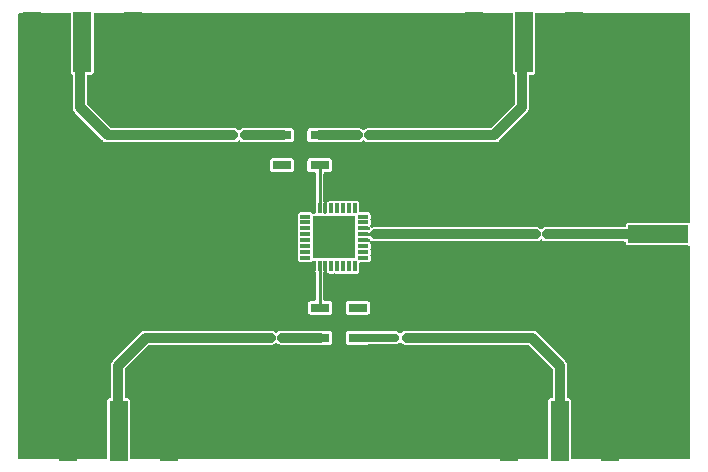
<source format=gbr>
%TF.GenerationSoftware,KiCad,Pcbnew,(6.0.1)*%
%TF.CreationDate,2022-03-10T14:05:26-07:00*%
%TF.ProjectId,RFSoC_directclocking,5246536f-435f-4646-9972-656374636c6f,rev?*%
%TF.SameCoordinates,Original*%
%TF.FileFunction,Copper,L1,Top*%
%TF.FilePolarity,Positive*%
%FSLAX46Y46*%
G04 Gerber Fmt 4.6, Leading zero omitted, Abs format (unit mm)*
G04 Created by KiCad (PCBNEW (6.0.1)) date 2022-03-10 14:05:26*
%MOMM*%
%LPD*%
G01*
G04 APERTURE LIST*
G04 Aperture macros list*
%AMRoundRect*
0 Rectangle with rounded corners*
0 $1 Rounding radius*
0 $2 $3 $4 $5 $6 $7 $8 $9 X,Y pos of 4 corners*
0 Add a 4 corners polygon primitive as box body*
4,1,4,$2,$3,$4,$5,$6,$7,$8,$9,$2,$3,0*
0 Add four circle primitives for the rounded corners*
1,1,$1+$1,$2,$3*
1,1,$1+$1,$4,$5*
1,1,$1+$1,$6,$7*
1,1,$1+$1,$8,$9*
0 Add four rect primitives between the rounded corners*
20,1,$1+$1,$2,$3,$4,$5,0*
20,1,$1+$1,$4,$5,$6,$7,0*
20,1,$1+$1,$6,$7,$8,$9,0*
20,1,$1+$1,$8,$9,$2,$3,0*%
G04 Aperture macros list end*
%TA.AperFunction,SMDPad,CuDef*%
%ADD10RoundRect,0.140000X-0.140000X-0.170000X0.140000X-0.170000X0.140000X0.170000X-0.140000X0.170000X0*%
%TD*%
%TA.AperFunction,SMDPad,CuDef*%
%ADD11R,1.500000X5.080000*%
%TD*%
%TA.AperFunction,SMDPad,CuDef*%
%ADD12R,5.080000X1.500000*%
%TD*%
%TA.AperFunction,SMDPad,CuDef*%
%ADD13R,1.650000X0.760000*%
%TD*%
%TA.AperFunction,SMDPad,CuDef*%
%ADD14RoundRect,0.140000X0.140000X0.170000X-0.140000X0.170000X-0.140000X-0.170000X0.140000X-0.170000X0*%
%TD*%
%TA.AperFunction,SMDPad,CuDef*%
%ADD15R,0.850000X0.300000*%
%TD*%
%TA.AperFunction,SMDPad,CuDef*%
%ADD16R,0.300000X0.850000*%
%TD*%
%TA.AperFunction,SMDPad,CuDef*%
%ADD17R,3.600000X3.600000*%
%TD*%
%TA.AperFunction,ViaPad*%
%ADD18C,0.800000*%
%TD*%
%TA.AperFunction,Conductor*%
%ADD19C,0.711200*%
%TD*%
%TA.AperFunction,Conductor*%
%ADD20C,0.813196*%
%TD*%
%TA.AperFunction,Conductor*%
%ADD21C,0.250000*%
%TD*%
G04 APERTURE END LIST*
D10*
%TO.P,C4,1*%
%TO.N,Net-(C4-Pad1)*%
X102550000Y-68961000D03*
%TO.P,C4,2*%
%TO.N,Net-(C4-Pad2)*%
X103510000Y-68961000D03*
%TD*%
D11*
%TO.P,J4,1,In*%
%TO.N,Net-(C5-Pad2)*%
X79232800Y-61087000D03*
%TO.P,J4,2,Ext*%
%TO.N,GND*%
X74982800Y-61087000D03*
X83482800Y-61087000D03*
%TD*%
D12*
%TO.P,J1,1,In*%
%TO.N,Net-(C1-Pad1)*%
X127980750Y-77343000D03*
%TO.P,J1,2,Ext*%
%TO.N,GND*%
X127980750Y-81593000D03*
X127980750Y-73093000D03*
%TD*%
D13*
%TO.P,U1,1,NC*%
%TO.N,unconnected-(U1-Pad1)*%
X102555000Y-83566000D03*
%TO.P,U1,2,1*%
%TO.N,GND*%
X102555000Y-84836000D03*
%TO.P,U1,3,2*%
%TO.N,Net-(C2-Pad1)*%
X102555000Y-86106000D03*
%TO.P,U1,4,2_dot*%
%TO.N,Net-(C3-Pad1)*%
X99375000Y-86106000D03*
%TO.P,U1,5,GND*%
%TO.N,GND*%
X99375000Y-84836000D03*
%TO.P,U1,6,1_dot*%
%TO.N,Net-(U1-Pad6)*%
X99375000Y-83566000D03*
%TD*%
D14*
%TO.P,C5,1*%
%TO.N,Net-(C5-Pad1)*%
X92997000Y-68961000D03*
%TO.P,C5,2*%
%TO.N,Net-(C5-Pad2)*%
X92037000Y-68961000D03*
%TD*%
D15*
%TO.P,U3,1,NC*%
%TO.N,unconnected-(U3-Pad1)*%
X98113250Y-75847000D03*
%TO.P,U3,2,NC*%
%TO.N,unconnected-(U3-Pad2)*%
X98113250Y-76347000D03*
%TO.P,U3,3,NC*%
%TO.N,unconnected-(U3-Pad3)*%
X98113250Y-76847000D03*
%TO.P,U3,4,NC*%
%TO.N,unconnected-(U3-Pad4)*%
X98113250Y-77347000D03*
%TO.P,U3,5,NC*%
%TO.N,unconnected-(U3-Pad5)*%
X98113250Y-77847000D03*
%TO.P,U3,6,NC*%
%TO.N,unconnected-(U3-Pad6)*%
X98113250Y-78347000D03*
%TO.P,U3,7,NC*%
%TO.N,unconnected-(U3-Pad7)*%
X98113250Y-78847000D03*
%TO.P,U3,8,NC*%
%TO.N,unconnected-(U3-Pad8)*%
X98113250Y-79347000D03*
D16*
%TO.P,U3,9,GND*%
%TO.N,GND*%
X98813250Y-80047000D03*
%TO.P,U3,10,RF_OUT_1*%
%TO.N,Net-(U1-Pad6)*%
X99313250Y-80047000D03*
%TO.P,U3,11,GND*%
%TO.N,GND*%
X99813250Y-80047000D03*
%TO.P,U3,12,NC*%
%TO.N,unconnected-(U3-Pad12)*%
X100313250Y-80047000D03*
%TO.P,U3,13,NC*%
%TO.N,unconnected-(U3-Pad13)*%
X100813250Y-80047000D03*
%TO.P,U3,14,NC*%
%TO.N,unconnected-(U3-Pad14)*%
X101313250Y-80047000D03*
%TO.P,U3,15,NC*%
%TO.N,unconnected-(U3-Pad15)*%
X101813250Y-80047000D03*
%TO.P,U3,16,NC*%
%TO.N,unconnected-(U3-Pad16)*%
X102313250Y-80047000D03*
D15*
%TO.P,U3,17,NC*%
%TO.N,unconnected-(U3-Pad17)*%
X103013250Y-79347000D03*
%TO.P,U3,18,NC*%
%TO.N,unconnected-(U3-Pad18)*%
X103013250Y-78847000D03*
%TO.P,U3,19,NC*%
%TO.N,unconnected-(U3-Pad19)*%
X103013250Y-78347000D03*
%TO.P,U3,20,GND*%
%TO.N,GND*%
X103013250Y-77847000D03*
%TO.P,U3,21,RF_IN*%
%TO.N,Net-(C1-Pad2)*%
X103013250Y-77347000D03*
%TO.P,U3,22,GND*%
%TO.N,GND*%
X103013250Y-76847000D03*
%TO.P,U3,23,NC*%
%TO.N,unconnected-(U3-Pad23)*%
X103013250Y-76347000D03*
%TO.P,U3,24,NC*%
%TO.N,unconnected-(U3-Pad24)*%
X103013250Y-75847000D03*
D16*
%TO.P,U3,25,NC*%
%TO.N,unconnected-(U3-Pad25)*%
X102313250Y-75147000D03*
%TO.P,U3,26,NC*%
%TO.N,unconnected-(U3-Pad26)*%
X101813250Y-75147000D03*
%TO.P,U3,27,NC*%
%TO.N,unconnected-(U3-Pad27)*%
X101313250Y-75147000D03*
%TO.P,U3,28,NC*%
%TO.N,unconnected-(U3-Pad28)*%
X100813250Y-75147000D03*
%TO.P,U3,29,NC*%
%TO.N,unconnected-(U3-Pad29)*%
X100313250Y-75147000D03*
%TO.P,U3,30,GND*%
%TO.N,GND*%
X99813250Y-75147000D03*
%TO.P,U3,31,RFOUT2*%
%TO.N,Net-(U2-Pad6)*%
X99313250Y-75147000D03*
%TO.P,U3,32,GND*%
%TO.N,GND*%
X98813250Y-75147000D03*
D17*
%TO.P,U3,33*%
%TO.N,N/C*%
X100563250Y-77597000D03*
%TD*%
D13*
%TO.P,U2,1,NC*%
%TO.N,unconnected-(U2-Pad1)*%
X96134000Y-71501000D03*
%TO.P,U2,2,1*%
%TO.N,GND*%
X96134000Y-70231000D03*
%TO.P,U2,3,2*%
%TO.N,Net-(C5-Pad1)*%
X96134000Y-68961000D03*
%TO.P,U2,4,2_dot*%
%TO.N,Net-(C4-Pad1)*%
X99314000Y-68961000D03*
%TO.P,U2,5,GND*%
%TO.N,GND*%
X99314000Y-70231000D03*
%TO.P,U2,6,1_dot*%
%TO.N,Net-(U2-Pad6)*%
X99314000Y-71501000D03*
%TD*%
D11*
%TO.P,J3,1,In*%
%TO.N,Net-(C2-Pad2)*%
X119634000Y-93980000D03*
%TO.P,J3,2,Ext*%
%TO.N,GND*%
X123884000Y-93980000D03*
X115384000Y-93980000D03*
%TD*%
D10*
%TO.P,C2,1*%
%TO.N,Net-(C2-Pad1)*%
X105692000Y-86106000D03*
%TO.P,C2,2*%
%TO.N,Net-(C2-Pad2)*%
X106652000Y-86106000D03*
%TD*%
D11*
%TO.P,J5,1,In*%
%TO.N,Net-(C4-Pad2)*%
X116621600Y-61087000D03*
%TO.P,J5,2,Ext*%
%TO.N,GND*%
X112371600Y-61087000D03*
X120871600Y-61087000D03*
%TD*%
D14*
%TO.P,C1,1*%
%TO.N,Net-(C1-Pad1)*%
X118562000Y-77343000D03*
%TO.P,C1,2*%
%TO.N,Net-(C1-Pad2)*%
X117602000Y-77343000D03*
%TD*%
%TO.P,C3,1*%
%TO.N,Net-(C3-Pad1)*%
X96111000Y-86106000D03*
%TO.P,C3,2*%
%TO.N,Net-(C3-Pad2)*%
X95151000Y-86106000D03*
%TD*%
D11*
%TO.P,J2,1,In*%
%TO.N,Net-(C3-Pad2)*%
X82296000Y-93980000D03*
%TO.P,J2,2,Ext*%
%TO.N,GND*%
X86546000Y-93980000D03*
X78046000Y-93980000D03*
%TD*%
D18*
%TO.N,GND*%
X91440000Y-88900000D03*
X76200000Y-76200000D03*
X127000000Y-88900000D03*
X121920000Y-83820000D03*
X124460000Y-71120000D03*
X119380000Y-66040000D03*
X83820000Y-66040000D03*
X81280000Y-71120000D03*
X96520000Y-91440000D03*
X114300000Y-83820000D03*
X109220000Y-66040000D03*
X88900000Y-83820000D03*
X93980000Y-93980000D03*
X111760000Y-83820000D03*
X121920000Y-68580000D03*
X124460000Y-88900000D03*
X127000000Y-86360000D03*
X127000000Y-68580000D03*
X91440000Y-93980000D03*
X88900000Y-66040000D03*
X121920000Y-81280000D03*
X86360000Y-83820000D03*
X78740000Y-83820000D03*
X91440000Y-71120000D03*
X129540000Y-66040000D03*
X96520000Y-66040000D03*
X76200000Y-83820000D03*
X106680000Y-63500000D03*
X104140000Y-63500000D03*
X124460000Y-66040000D03*
X99060000Y-88900000D03*
X76200000Y-78740000D03*
X104140000Y-88900000D03*
X91440000Y-63500000D03*
X104140000Y-91440000D03*
X127000000Y-91440000D03*
X124460000Y-86360000D03*
X129540000Y-88900000D03*
X101600000Y-66040000D03*
X76200000Y-81280000D03*
X104140000Y-66040000D03*
X106680000Y-83820000D03*
X119380000Y-83820000D03*
X88900000Y-76200000D03*
X88900000Y-88900000D03*
X121920000Y-86360000D03*
X129540000Y-60960000D03*
X119380000Y-73660000D03*
X93980000Y-83820000D03*
X109220000Y-91440000D03*
X88900000Y-76200000D03*
X91440000Y-76200000D03*
X129540000Y-91440000D03*
X78740000Y-76200000D03*
X78740000Y-78740000D03*
X129540000Y-86360000D03*
X93980000Y-76200000D03*
X129540000Y-68580000D03*
X116840000Y-71120000D03*
X86360000Y-88900000D03*
X127000000Y-60960000D03*
X111760000Y-81280000D03*
X93980000Y-81280000D03*
X109220000Y-73660000D03*
X96520000Y-83820000D03*
X109220000Y-60960000D03*
X119380000Y-81280000D03*
X99060000Y-63500000D03*
X109220000Y-83820000D03*
X101600000Y-63500000D03*
X78740000Y-71120000D03*
X93980000Y-88900000D03*
X101600000Y-88900000D03*
X76200000Y-88900000D03*
X124460000Y-68580000D03*
X93980000Y-66040000D03*
X93980000Y-71120000D03*
X116840000Y-81280000D03*
X111760000Y-71120000D03*
X93980000Y-78740000D03*
X88900000Y-63500000D03*
X99060000Y-91440000D03*
X101600000Y-91440000D03*
X109220000Y-88900000D03*
X88900000Y-78740000D03*
X96520000Y-63500000D03*
X109220000Y-63500000D03*
X111760000Y-73660000D03*
X129540000Y-63500000D03*
X93980000Y-60960000D03*
X106680000Y-73660000D03*
X93980000Y-63500000D03*
X104140000Y-91440000D03*
X91440000Y-91440000D03*
X114300000Y-81280000D03*
X83820000Y-71120000D03*
X101600000Y-60960000D03*
X106680000Y-60960000D03*
X76200000Y-71120000D03*
X88900000Y-73660000D03*
X88900000Y-81280000D03*
X104140000Y-71120000D03*
X83820000Y-71120000D03*
X104140000Y-60960000D03*
X91440000Y-60960000D03*
X76200000Y-66040000D03*
X91440000Y-66040000D03*
X81280000Y-81280000D03*
X99060000Y-66040000D03*
X76200000Y-73660000D03*
X86360000Y-71120000D03*
X124460000Y-63500000D03*
X91440000Y-76200000D03*
X111760000Y-88900000D03*
X127000000Y-66040000D03*
X76200000Y-86360000D03*
X96520000Y-93980000D03*
X83820000Y-83820000D03*
X78740000Y-81280000D03*
X119380000Y-68580000D03*
X96520000Y-88900000D03*
X101600000Y-71120000D03*
X106680000Y-93980000D03*
X78740000Y-73660000D03*
X96520000Y-60960000D03*
X101600000Y-93980000D03*
X91440000Y-81280000D03*
X106680000Y-88900000D03*
X78740000Y-86360000D03*
X116840000Y-73660000D03*
X111760000Y-93980000D03*
X78740000Y-68580000D03*
X106680000Y-81280000D03*
X114300000Y-71120000D03*
X111760000Y-91440000D03*
X111760000Y-66040000D03*
X91440000Y-83820000D03*
X104140000Y-93980000D03*
X127000000Y-93980000D03*
X99060000Y-60960000D03*
X127000000Y-63500000D03*
X121920000Y-71120000D03*
X96520000Y-93980000D03*
X106680000Y-66040000D03*
X86360000Y-66040000D03*
X114300000Y-88900000D03*
X129540000Y-93980000D03*
X88900000Y-71120000D03*
X99060000Y-93980000D03*
X76200000Y-76200000D03*
X114300000Y-73660000D03*
X76200000Y-68580000D03*
X91440000Y-78740000D03*
X93980000Y-91440000D03*
X121920000Y-73660000D03*
X109220000Y-93980000D03*
X121920000Y-66040000D03*
X88900000Y-60960000D03*
X109220000Y-81280000D03*
X119380000Y-71120000D03*
X93980000Y-91440000D03*
X91440000Y-73660000D03*
X93980000Y-73660000D03*
X111760000Y-73660000D03*
X106680000Y-71120000D03*
X81280000Y-86360000D03*
X106680000Y-91440000D03*
X106680000Y-60960000D03*
X116840000Y-83820000D03*
X78740000Y-81280000D03*
X109220000Y-71120000D03*
X81280000Y-78740000D03*
X81280000Y-83820000D03*
%TD*%
D19*
%TO.N,Net-(C2-Pad1)*%
X105720000Y-86106000D02*
X102494000Y-86106000D01*
D20*
%TO.N,Net-(C2-Pad2)*%
X119664600Y-88468200D02*
X119664600Y-93980000D01*
X106680000Y-86106000D02*
X117302400Y-86106000D01*
X117302400Y-86106000D02*
X119664600Y-88468200D01*
%TO.N,Net-(C3-Pad1)*%
X99314000Y-86106000D02*
X96139000Y-86106000D01*
%TO.N,Net-(C3-Pad2)*%
X95179000Y-86106000D02*
X84607400Y-86106000D01*
X82245200Y-88468200D02*
X82245200Y-93980000D01*
X84607400Y-86106000D02*
X82245200Y-88468200D01*
%TO.N,Net-(C4-Pad1)*%
X99380000Y-68961000D02*
X102555000Y-68961000D01*
%TO.N,Net-(C4-Pad2)*%
X103515000Y-68961000D02*
X114086600Y-68961000D01*
X116448800Y-66598800D02*
X116448800Y-61087000D01*
X114086600Y-68961000D02*
X116448800Y-66598800D01*
%TO.N,Net-(C5-Pad1)*%
X92974000Y-68961000D02*
X96200000Y-68961000D01*
%TO.N,Net-(C5-Pad2)*%
X92014000Y-68961000D02*
X81391600Y-68961000D01*
X79029400Y-66598800D02*
X79029400Y-61087000D01*
X81391600Y-68961000D02*
X79029400Y-66598800D01*
%TO.N,Net-(C1-Pad2)*%
X117602000Y-77343000D02*
X104006250Y-77343000D01*
D21*
X103013250Y-77347000D02*
X103857850Y-77347000D01*
D20*
%TO.N,Net-(C1-Pad1)*%
X127811250Y-77343000D02*
X118568749Y-77343000D01*
D21*
%TO.N,Net-(U1-Pad6)*%
X99313250Y-83504250D02*
X99375000Y-83566000D01*
X99313250Y-80047000D02*
X99313250Y-83504250D01*
X99320000Y-83560000D02*
X99314000Y-83566000D01*
%TO.N,Net-(U2-Pad6)*%
X99320000Y-74809000D02*
X99314000Y-74803000D01*
X99313250Y-71501750D02*
X99313250Y-75147000D01*
X99314000Y-71501000D02*
X99313250Y-71501750D01*
%TD*%
%TA.AperFunction,Conductor*%
%TO.N,GND*%
G36*
X78224421Y-58592402D02*
G01*
X78270914Y-58646058D01*
X78282300Y-58698400D01*
X78282300Y-63646748D01*
X78293933Y-63705231D01*
X78338248Y-63771552D01*
X78348561Y-63778443D01*
X78348563Y-63778445D01*
X78366304Y-63790299D01*
X78411832Y-63844776D01*
X78422302Y-63895064D01*
X78422302Y-66550741D01*
X78421224Y-66567189D01*
X78417062Y-66598800D01*
X78428046Y-66682227D01*
X78437928Y-66757284D01*
X78473763Y-66843796D01*
X78499101Y-66904969D01*
X78571978Y-66999945D01*
X78596412Y-67031788D01*
X78602965Y-67036816D01*
X78621704Y-67051195D01*
X78634096Y-67062063D01*
X80928338Y-69356305D01*
X80939205Y-69368696D01*
X80958612Y-69393988D01*
X80990453Y-69418420D01*
X80990455Y-69418422D01*
X81085431Y-69491299D01*
X81093061Y-69494459D01*
X81093062Y-69494460D01*
X81123255Y-69506966D01*
X81146604Y-69516637D01*
X81233116Y-69552472D01*
X81241300Y-69553549D01*
X81241302Y-69553550D01*
X81282487Y-69558972D01*
X81351806Y-69568098D01*
X81351808Y-69568098D01*
X81391600Y-69573337D01*
X81399788Y-69572259D01*
X81423206Y-69569176D01*
X81439652Y-69568098D01*
X92053794Y-69568098D01*
X92057880Y-69567560D01*
X92057881Y-69567560D01*
X92098232Y-69562248D01*
X92172484Y-69552472D01*
X92185275Y-69547174D01*
X92258999Y-69516636D01*
X92320168Y-69491299D01*
X92417298Y-69416770D01*
X92483517Y-69391170D01*
X92553066Y-69405435D01*
X92570700Y-69416768D01*
X92667832Y-69491299D01*
X92729001Y-69516636D01*
X92802726Y-69547174D01*
X92815516Y-69552472D01*
X92889768Y-69562248D01*
X92930119Y-69567560D01*
X92930120Y-69567560D01*
X92934206Y-69568098D01*
X96239794Y-69568098D01*
X96243880Y-69567560D01*
X96243881Y-69567560D01*
X96284232Y-69562248D01*
X96358484Y-69552472D01*
X96366114Y-69549312D01*
X96374092Y-69547174D01*
X96374467Y-69548575D01*
X96410036Y-69541500D01*
X96978748Y-69541500D01*
X96984816Y-69540293D01*
X97025061Y-69532288D01*
X97025062Y-69532288D01*
X97037231Y-69529867D01*
X97103552Y-69485552D01*
X97147867Y-69419231D01*
X97159500Y-69360748D01*
X97159500Y-68561252D01*
X97147867Y-68502769D01*
X97103552Y-68436448D01*
X97037231Y-68392133D01*
X97025062Y-68389712D01*
X97025061Y-68389712D01*
X96984816Y-68381707D01*
X96978748Y-68380500D01*
X96410036Y-68380500D01*
X96374467Y-68373425D01*
X96374092Y-68374826D01*
X96366114Y-68372688D01*
X96358484Y-68369528D01*
X96284232Y-68359752D01*
X96243881Y-68354440D01*
X96243880Y-68354440D01*
X96239794Y-68353902D01*
X92934206Y-68353902D01*
X92930120Y-68354440D01*
X92930119Y-68354440D01*
X92889768Y-68359752D01*
X92815516Y-68369528D01*
X92807887Y-68372688D01*
X92789027Y-68380500D01*
X92667832Y-68430701D01*
X92661278Y-68435730D01*
X92570703Y-68505230D01*
X92504483Y-68530830D01*
X92434934Y-68516565D01*
X92417297Y-68505230D01*
X92326722Y-68435730D01*
X92320168Y-68430701D01*
X92198973Y-68380500D01*
X92180113Y-68372688D01*
X92172484Y-68369528D01*
X92098232Y-68359752D01*
X92057881Y-68354440D01*
X92057880Y-68354440D01*
X92053794Y-68353902D01*
X81695259Y-68353902D01*
X81627138Y-68333900D01*
X81606164Y-68316997D01*
X79673403Y-66384236D01*
X79639377Y-66321924D01*
X79636498Y-66295141D01*
X79636498Y-63953500D01*
X79656500Y-63885379D01*
X79710156Y-63838886D01*
X79762498Y-63827500D01*
X80002548Y-63827500D01*
X80012698Y-63825481D01*
X80048861Y-63818288D01*
X80048862Y-63818288D01*
X80061031Y-63815867D01*
X80127352Y-63771552D01*
X80171667Y-63705231D01*
X80183300Y-63646748D01*
X80183300Y-58698400D01*
X80203302Y-58630279D01*
X80256958Y-58583786D01*
X80309300Y-58572400D01*
X115545100Y-58572400D01*
X115613221Y-58592402D01*
X115659714Y-58646058D01*
X115671100Y-58698400D01*
X115671100Y-63646748D01*
X115682733Y-63705231D01*
X115727048Y-63771552D01*
X115737361Y-63778443D01*
X115785705Y-63810746D01*
X115831232Y-63865224D01*
X115841702Y-63915511D01*
X115841702Y-66295141D01*
X115821700Y-66363262D01*
X115804797Y-66384236D01*
X113872036Y-68316997D01*
X113809724Y-68351023D01*
X113782941Y-68353902D01*
X103475206Y-68353902D01*
X103471120Y-68354440D01*
X103471119Y-68354440D01*
X103430768Y-68359752D01*
X103356516Y-68369528D01*
X103348887Y-68372688D01*
X103330027Y-68380500D01*
X103208832Y-68430701D01*
X103202278Y-68435730D01*
X103111703Y-68505230D01*
X103045483Y-68530830D01*
X102975934Y-68516565D01*
X102958297Y-68505230D01*
X102867722Y-68435730D01*
X102861168Y-68430701D01*
X102739973Y-68380500D01*
X102721113Y-68372688D01*
X102713484Y-68369528D01*
X102639232Y-68359752D01*
X102598881Y-68354440D01*
X102598880Y-68354440D01*
X102594794Y-68353902D01*
X99340206Y-68353902D01*
X99336120Y-68354440D01*
X99336119Y-68354440D01*
X99295768Y-68359752D01*
X99221516Y-68369528D01*
X99213886Y-68372688D01*
X99205908Y-68374826D01*
X99205533Y-68373425D01*
X99169964Y-68380500D01*
X98469252Y-68380500D01*
X98463184Y-68381707D01*
X98422939Y-68389712D01*
X98422938Y-68389712D01*
X98410769Y-68392133D01*
X98344448Y-68436448D01*
X98300133Y-68502769D01*
X98288500Y-68561252D01*
X98288500Y-69360748D01*
X98300133Y-69419231D01*
X98344448Y-69485552D01*
X98410769Y-69529867D01*
X98422938Y-69532288D01*
X98422939Y-69532288D01*
X98463184Y-69540293D01*
X98469252Y-69541500D01*
X99169964Y-69541500D01*
X99205533Y-69548575D01*
X99205908Y-69547174D01*
X99213886Y-69549312D01*
X99221516Y-69552472D01*
X99295768Y-69562248D01*
X99336119Y-69567560D01*
X99336120Y-69567560D01*
X99340206Y-69568098D01*
X102594794Y-69568098D01*
X102598880Y-69567560D01*
X102598881Y-69567560D01*
X102639232Y-69562248D01*
X102713484Y-69552472D01*
X102726275Y-69547174D01*
X102799999Y-69516636D01*
X102861168Y-69491299D01*
X102958298Y-69416770D01*
X103024517Y-69391170D01*
X103094066Y-69405435D01*
X103111700Y-69416768D01*
X103208832Y-69491299D01*
X103270001Y-69516636D01*
X103343726Y-69547174D01*
X103356516Y-69552472D01*
X103430768Y-69562248D01*
X103471119Y-69567560D01*
X103471120Y-69567560D01*
X103475206Y-69568098D01*
X114038541Y-69568098D01*
X114054989Y-69569176D01*
X114078412Y-69572260D01*
X114078413Y-69572260D01*
X114086600Y-69573338D01*
X114094796Y-69572259D01*
X114170027Y-69562354D01*
X114236897Y-69553550D01*
X114236898Y-69553550D01*
X114245084Y-69552472D01*
X114252709Y-69549313D01*
X114252711Y-69549313D01*
X114331596Y-69516637D01*
X114331598Y-69516636D01*
X114385138Y-69494460D01*
X114385139Y-69494459D01*
X114392769Y-69491299D01*
X114487745Y-69418422D01*
X114487747Y-69418420D01*
X114519588Y-69393988D01*
X114538995Y-69368696D01*
X114549863Y-69356304D01*
X116844105Y-67062062D01*
X116856497Y-67051194D01*
X116875235Y-67036816D01*
X116881788Y-67031788D01*
X116906222Y-66999945D01*
X116979099Y-66904969D01*
X117004437Y-66843796D01*
X117040272Y-66757284D01*
X117055898Y-66638594D01*
X117055898Y-66638592D01*
X117061137Y-66598800D01*
X117056976Y-66567194D01*
X117055898Y-66550748D01*
X117055898Y-63953500D01*
X117075900Y-63885379D01*
X117129556Y-63838886D01*
X117181898Y-63827500D01*
X117391348Y-63827500D01*
X117401498Y-63825481D01*
X117437661Y-63818288D01*
X117437662Y-63818288D01*
X117449831Y-63815867D01*
X117516152Y-63771552D01*
X117560467Y-63705231D01*
X117572100Y-63646748D01*
X117572100Y-58698400D01*
X117592102Y-58630279D01*
X117645758Y-58583786D01*
X117698100Y-58572400D01*
X130531600Y-58572400D01*
X130599721Y-58592402D01*
X130646214Y-58646058D01*
X130657600Y-58698400D01*
X130657600Y-76266500D01*
X130637598Y-76334621D01*
X130583942Y-76381114D01*
X130531600Y-76392500D01*
X125421002Y-76392500D01*
X125414934Y-76393707D01*
X125374689Y-76401712D01*
X125374688Y-76401712D01*
X125362519Y-76404133D01*
X125296198Y-76448448D01*
X125251883Y-76514769D01*
X125240250Y-76573252D01*
X125240250Y-76609902D01*
X125220248Y-76678023D01*
X125166592Y-76724516D01*
X125114250Y-76735902D01*
X118528955Y-76735902D01*
X118524869Y-76736440D01*
X118524868Y-76736440D01*
X118484517Y-76741752D01*
X118410265Y-76751528D01*
X118262581Y-76812701D01*
X118162076Y-76889820D01*
X118095858Y-76915419D01*
X118026309Y-76901154D01*
X118008672Y-76889819D01*
X117914722Y-76817730D01*
X117914719Y-76817728D01*
X117908168Y-76812701D01*
X117760484Y-76751528D01*
X117686232Y-76741752D01*
X117645881Y-76736440D01*
X117645880Y-76736440D01*
X117641794Y-76735902D01*
X103966456Y-76735902D01*
X103962370Y-76736440D01*
X103962369Y-76736440D01*
X103922018Y-76741752D01*
X103847766Y-76751528D01*
X103763548Y-76786412D01*
X103692961Y-76794001D01*
X103629474Y-76762222D01*
X103593246Y-76701164D01*
X103595780Y-76630213D01*
X103610567Y-76600001D01*
X103620223Y-76585550D01*
X103620225Y-76585546D01*
X103627117Y-76575231D01*
X103638750Y-76516748D01*
X103638750Y-76177252D01*
X103627676Y-76121579D01*
X103627676Y-76072421D01*
X103638750Y-76016748D01*
X103638750Y-75677252D01*
X103627117Y-75618769D01*
X103582802Y-75552448D01*
X103516481Y-75508133D01*
X103504312Y-75505712D01*
X103504311Y-75505712D01*
X103464066Y-75497707D01*
X103457998Y-75496500D01*
X102789750Y-75496500D01*
X102721629Y-75476498D01*
X102675136Y-75422842D01*
X102663750Y-75370500D01*
X102663750Y-74702252D01*
X102662543Y-74696184D01*
X102654538Y-74655939D01*
X102654538Y-74655938D01*
X102652117Y-74643769D01*
X102607802Y-74577448D01*
X102541481Y-74533133D01*
X102529312Y-74530712D01*
X102529311Y-74530712D01*
X102489066Y-74522707D01*
X102482998Y-74521500D01*
X102143502Y-74521500D01*
X102087829Y-74532574D01*
X102038671Y-74532574D01*
X101982998Y-74521500D01*
X101643502Y-74521500D01*
X101587829Y-74532574D01*
X101538671Y-74532574D01*
X101482998Y-74521500D01*
X101143502Y-74521500D01*
X101087829Y-74532574D01*
X101038671Y-74532574D01*
X100982998Y-74521500D01*
X100643502Y-74521500D01*
X100587829Y-74532574D01*
X100538671Y-74532574D01*
X100482998Y-74521500D01*
X100143502Y-74521500D01*
X100137434Y-74522707D01*
X100097189Y-74530712D01*
X100097188Y-74530712D01*
X100085019Y-74533133D01*
X100018698Y-74577448D01*
X99974383Y-74643769D01*
X99971962Y-74655938D01*
X99971962Y-74655939D01*
X99963957Y-74696184D01*
X99962750Y-74702252D01*
X99962750Y-75470500D01*
X99942748Y-75538621D01*
X99889092Y-75585114D01*
X99836750Y-75596500D01*
X99789750Y-75596500D01*
X99721629Y-75576498D01*
X99675136Y-75522842D01*
X99663750Y-75470500D01*
X99663750Y-74702252D01*
X99652117Y-74643769D01*
X99647530Y-74636905D01*
X99638750Y-74592762D01*
X99638750Y-72207500D01*
X99658752Y-72139379D01*
X99712408Y-72092886D01*
X99764750Y-72081500D01*
X100158748Y-72081500D01*
X100164816Y-72080293D01*
X100205061Y-72072288D01*
X100205062Y-72072288D01*
X100217231Y-72069867D01*
X100283552Y-72025552D01*
X100327867Y-71959231D01*
X100339500Y-71900748D01*
X100339500Y-71101252D01*
X100327867Y-71042769D01*
X100283552Y-70976448D01*
X100217231Y-70932133D01*
X100205062Y-70929712D01*
X100205061Y-70929712D01*
X100164816Y-70921707D01*
X100158748Y-70920500D01*
X98469252Y-70920500D01*
X98463184Y-70921707D01*
X98422939Y-70929712D01*
X98422938Y-70929712D01*
X98410769Y-70932133D01*
X98344448Y-70976448D01*
X98300133Y-71042769D01*
X98288500Y-71101252D01*
X98288500Y-71900748D01*
X98300133Y-71959231D01*
X98344448Y-72025552D01*
X98410769Y-72069867D01*
X98422938Y-72072288D01*
X98422939Y-72072288D01*
X98463184Y-72080293D01*
X98469252Y-72081500D01*
X98861750Y-72081500D01*
X98929871Y-72101502D01*
X98976364Y-72155158D01*
X98987750Y-72207500D01*
X98987750Y-74592762D01*
X98978970Y-74636905D01*
X98974383Y-74643769D01*
X98962750Y-74702252D01*
X98962750Y-75470500D01*
X98942748Y-75538621D01*
X98889092Y-75585114D01*
X98836750Y-75596500D01*
X98775621Y-75596500D01*
X98707500Y-75576498D01*
X98688805Y-75561433D01*
X98682802Y-75552448D01*
X98616481Y-75508133D01*
X98604312Y-75505712D01*
X98604311Y-75505712D01*
X98564066Y-75497707D01*
X98557998Y-75496500D01*
X97668502Y-75496500D01*
X97662434Y-75497707D01*
X97622189Y-75505712D01*
X97622188Y-75505712D01*
X97610019Y-75508133D01*
X97543698Y-75552448D01*
X97499383Y-75618769D01*
X97487750Y-75677252D01*
X97487750Y-76016748D01*
X97498824Y-76072421D01*
X97498824Y-76121579D01*
X97487750Y-76177252D01*
X97487750Y-76516748D01*
X97498824Y-76572421D01*
X97498824Y-76621579D01*
X97487750Y-76677252D01*
X97487750Y-77016748D01*
X97498824Y-77072421D01*
X97498824Y-77121579D01*
X97487750Y-77177252D01*
X97487750Y-77516748D01*
X97498824Y-77572421D01*
X97498824Y-77621579D01*
X97487750Y-77677252D01*
X97487750Y-78016748D01*
X97498824Y-78072421D01*
X97498824Y-78121579D01*
X97487750Y-78177252D01*
X97487750Y-78516748D01*
X97498824Y-78572421D01*
X97498824Y-78621579D01*
X97487750Y-78677252D01*
X97487750Y-79016748D01*
X97498824Y-79072421D01*
X97498824Y-79121579D01*
X97487750Y-79177252D01*
X97487750Y-79516748D01*
X97499383Y-79575231D01*
X97543698Y-79641552D01*
X97610019Y-79685867D01*
X97622188Y-79688288D01*
X97622189Y-79688288D01*
X97662434Y-79696293D01*
X97668502Y-79697500D01*
X98557998Y-79697500D01*
X98564066Y-79696293D01*
X98604311Y-79688288D01*
X98604312Y-79688288D01*
X98616481Y-79685867D01*
X98682802Y-79641552D01*
X98688182Y-79633501D01*
X98748835Y-79600380D01*
X98775621Y-79597500D01*
X98836750Y-79597500D01*
X98904871Y-79617502D01*
X98951364Y-79671158D01*
X98962750Y-79723500D01*
X98962750Y-80491748D01*
X98974383Y-80550231D01*
X98978970Y-80557095D01*
X98987750Y-80601238D01*
X98987750Y-82859500D01*
X98967748Y-82927621D01*
X98914092Y-82974114D01*
X98861750Y-82985500D01*
X98530252Y-82985500D01*
X98524184Y-82986707D01*
X98483939Y-82994712D01*
X98483938Y-82994712D01*
X98471769Y-82997133D01*
X98405448Y-83041448D01*
X98361133Y-83107769D01*
X98349500Y-83166252D01*
X98349500Y-83965748D01*
X98361133Y-84024231D01*
X98405448Y-84090552D01*
X98471769Y-84134867D01*
X98483938Y-84137288D01*
X98483939Y-84137288D01*
X98524184Y-84145293D01*
X98530252Y-84146500D01*
X100219748Y-84146500D01*
X100225816Y-84145293D01*
X100266061Y-84137288D01*
X100266062Y-84137288D01*
X100278231Y-84134867D01*
X100344552Y-84090552D01*
X100388867Y-84024231D01*
X100400500Y-83965748D01*
X101529500Y-83965748D01*
X101541133Y-84024231D01*
X101585448Y-84090552D01*
X101651769Y-84134867D01*
X101663938Y-84137288D01*
X101663939Y-84137288D01*
X101704184Y-84145293D01*
X101710252Y-84146500D01*
X103399748Y-84146500D01*
X103405816Y-84145293D01*
X103446061Y-84137288D01*
X103446062Y-84137288D01*
X103458231Y-84134867D01*
X103524552Y-84090552D01*
X103568867Y-84024231D01*
X103580500Y-83965748D01*
X103580500Y-83166252D01*
X103568867Y-83107769D01*
X103524552Y-83041448D01*
X103458231Y-82997133D01*
X103446062Y-82994712D01*
X103446061Y-82994712D01*
X103405816Y-82986707D01*
X103399748Y-82985500D01*
X101710252Y-82985500D01*
X101704184Y-82986707D01*
X101663939Y-82994712D01*
X101663938Y-82994712D01*
X101651769Y-82997133D01*
X101585448Y-83041448D01*
X101541133Y-83107769D01*
X101529500Y-83166252D01*
X101529500Y-83965748D01*
X100400500Y-83965748D01*
X100400500Y-83166252D01*
X100388867Y-83107769D01*
X100344552Y-83041448D01*
X100278231Y-82997133D01*
X100266062Y-82994712D01*
X100266061Y-82994712D01*
X100225816Y-82986707D01*
X100219748Y-82985500D01*
X99764750Y-82985500D01*
X99696629Y-82965498D01*
X99650136Y-82911842D01*
X99638750Y-82859500D01*
X99638750Y-80601238D01*
X99647530Y-80557095D01*
X99652117Y-80550231D01*
X99663750Y-80491748D01*
X99663750Y-79723500D01*
X99683752Y-79655379D01*
X99737408Y-79608886D01*
X99789750Y-79597500D01*
X99836750Y-79597500D01*
X99904871Y-79617502D01*
X99951364Y-79671158D01*
X99962750Y-79723500D01*
X99962750Y-80491748D01*
X99963957Y-80497816D01*
X99971962Y-80538058D01*
X99974383Y-80550231D01*
X100018698Y-80616552D01*
X100085019Y-80660867D01*
X100097188Y-80663288D01*
X100097189Y-80663288D01*
X100137434Y-80671293D01*
X100143502Y-80672500D01*
X100482998Y-80672500D01*
X100538671Y-80661426D01*
X100587829Y-80661426D01*
X100643502Y-80672500D01*
X100982998Y-80672500D01*
X101038671Y-80661426D01*
X101087829Y-80661426D01*
X101143502Y-80672500D01*
X101482998Y-80672500D01*
X101538671Y-80661426D01*
X101587829Y-80661426D01*
X101643502Y-80672500D01*
X101982998Y-80672500D01*
X102038671Y-80661426D01*
X102087829Y-80661426D01*
X102143502Y-80672500D01*
X102482998Y-80672500D01*
X102489066Y-80671293D01*
X102529311Y-80663288D01*
X102529312Y-80663288D01*
X102541481Y-80660867D01*
X102607802Y-80616552D01*
X102652117Y-80550231D01*
X102654539Y-80538058D01*
X102662543Y-80497816D01*
X102663750Y-80491748D01*
X102663750Y-79823500D01*
X102683752Y-79755379D01*
X102737408Y-79708886D01*
X102789750Y-79697500D01*
X103457998Y-79697500D01*
X103464066Y-79696293D01*
X103504311Y-79688288D01*
X103504312Y-79688288D01*
X103516481Y-79685867D01*
X103582802Y-79641552D01*
X103627117Y-79575231D01*
X103638750Y-79516748D01*
X103638750Y-79177252D01*
X103627676Y-79121579D01*
X103627676Y-79072421D01*
X103638750Y-79016748D01*
X103638750Y-78677252D01*
X103627676Y-78621579D01*
X103627676Y-78572421D01*
X103638750Y-78516748D01*
X103638750Y-78177252D01*
X103627117Y-78118769D01*
X103620225Y-78108454D01*
X103620223Y-78108450D01*
X103603176Y-78082938D01*
X103581961Y-78015185D01*
X103600744Y-77946718D01*
X103653561Y-77899275D01*
X103723643Y-77887918D01*
X103756159Y-77896527D01*
X103847766Y-77934472D01*
X103922018Y-77944248D01*
X103962369Y-77949560D01*
X103962370Y-77949560D01*
X103966456Y-77950098D01*
X117641794Y-77950098D01*
X117645880Y-77949560D01*
X117645881Y-77949560D01*
X117686232Y-77944248D01*
X117760484Y-77934472D01*
X117908168Y-77873299D01*
X117940022Y-77848857D01*
X118008672Y-77796181D01*
X118074892Y-77770581D01*
X118144441Y-77784846D01*
X118162069Y-77796175D01*
X118262581Y-77873299D01*
X118410265Y-77934472D01*
X118484517Y-77944248D01*
X118524868Y-77949560D01*
X118524869Y-77949560D01*
X118528955Y-77950098D01*
X125114250Y-77950098D01*
X125182371Y-77970100D01*
X125228864Y-78023756D01*
X125240250Y-78076098D01*
X125240250Y-78112748D01*
X125251883Y-78171231D01*
X125296198Y-78237552D01*
X125362519Y-78281867D01*
X125374688Y-78284288D01*
X125374689Y-78284288D01*
X125414934Y-78292293D01*
X125421002Y-78293500D01*
X130531600Y-78293500D01*
X130599721Y-78313502D01*
X130646214Y-78367158D01*
X130657600Y-78419500D01*
X130657600Y-96241600D01*
X130637598Y-96309721D01*
X130583942Y-96356214D01*
X130531600Y-96367600D01*
X120710500Y-96367600D01*
X120642379Y-96347598D01*
X120595886Y-96293942D01*
X120584500Y-96241600D01*
X120584500Y-91420252D01*
X120572867Y-91361769D01*
X120528552Y-91295448D01*
X120462231Y-91251133D01*
X120450062Y-91248712D01*
X120450061Y-91248712D01*
X120409816Y-91240707D01*
X120403748Y-91239500D01*
X120397561Y-91239500D01*
X120391398Y-91238893D01*
X120391517Y-91237685D01*
X120329577Y-91219498D01*
X120283084Y-91165842D01*
X120271698Y-91113500D01*
X120271698Y-88516251D01*
X120272776Y-88499804D01*
X120275859Y-88476388D01*
X120275859Y-88476387D01*
X120276937Y-88468200D01*
X120271698Y-88428406D01*
X120256072Y-88309716D01*
X120194899Y-88162032D01*
X120194899Y-88162031D01*
X120186282Y-88150802D01*
X120186282Y-88150800D01*
X120122022Y-88067055D01*
X120122017Y-88067049D01*
X120097588Y-88035212D01*
X120072296Y-88015805D01*
X120059904Y-88004937D01*
X117765662Y-85710695D01*
X117754794Y-85698303D01*
X117740416Y-85679565D01*
X117735388Y-85673012D01*
X117703545Y-85648578D01*
X117608569Y-85575701D01*
X117515457Y-85537133D01*
X117460884Y-85514528D01*
X117385827Y-85504646D01*
X117342207Y-85498903D01*
X117310588Y-85494740D01*
X117302400Y-85493662D01*
X117270787Y-85497824D01*
X117254342Y-85498902D01*
X106640206Y-85498902D01*
X106636120Y-85499440D01*
X106636119Y-85499440D01*
X106596576Y-85504646D01*
X106521516Y-85514528D01*
X106513887Y-85517688D01*
X106495027Y-85525500D01*
X106373832Y-85575701D01*
X106367281Y-85580728D01*
X106367278Y-85580730D01*
X106276703Y-85650230D01*
X106248761Y-85671670D01*
X106248759Y-85671671D01*
X106247012Y-85673012D01*
X106246803Y-85672740D01*
X106188909Y-85704353D01*
X106118094Y-85699288D01*
X106082733Y-85678850D01*
X106077804Y-85673489D01*
X105948313Y-85593201D01*
X105940064Y-85590805D01*
X105940063Y-85590804D01*
X105808340Y-85552536D01*
X105808341Y-85552536D01*
X105802000Y-85550694D01*
X105794635Y-85550153D01*
X105793495Y-85550069D01*
X105793484Y-85550069D01*
X105791188Y-85549900D01*
X103507789Y-85549900D01*
X103464431Y-85541276D01*
X103458231Y-85537133D01*
X103446057Y-85534711D01*
X103446056Y-85534711D01*
X103405816Y-85526707D01*
X103399748Y-85525500D01*
X101710252Y-85525500D01*
X101704184Y-85526707D01*
X101663939Y-85534712D01*
X101663938Y-85534712D01*
X101651769Y-85537133D01*
X101585448Y-85581448D01*
X101541133Y-85647769D01*
X101538712Y-85659938D01*
X101538712Y-85659939D01*
X101536166Y-85672740D01*
X101529500Y-85706252D01*
X101529500Y-86505748D01*
X101530707Y-86511816D01*
X101537112Y-86544014D01*
X101541133Y-86564231D01*
X101585448Y-86630552D01*
X101651769Y-86674867D01*
X101663938Y-86677288D01*
X101663939Y-86677288D01*
X101704184Y-86685293D01*
X101710252Y-86686500D01*
X103399748Y-86686500D01*
X103405816Y-86685293D01*
X103446056Y-86677289D01*
X103446057Y-86677289D01*
X103458231Y-86674867D01*
X103464431Y-86670724D01*
X103507789Y-86662100D01*
X105758165Y-86662100D01*
X105762410Y-86661518D01*
X105762417Y-86661518D01*
X105862443Y-86647816D01*
X105862446Y-86647815D01*
X105870952Y-86646650D01*
X106010783Y-86586140D01*
X106080043Y-86530054D01*
X106145566Y-86502730D01*
X106215465Y-86515169D01*
X106245083Y-86536474D01*
X106247012Y-86538988D01*
X106253562Y-86544014D01*
X106279910Y-86564231D01*
X106373832Y-86636299D01*
X106466943Y-86674867D01*
X106508726Y-86692174D01*
X106521516Y-86697472D01*
X106595768Y-86707248D01*
X106636119Y-86712560D01*
X106636120Y-86712560D01*
X106640206Y-86713098D01*
X116998741Y-86713098D01*
X117066862Y-86733100D01*
X117087836Y-86750003D01*
X119020597Y-88682764D01*
X119054623Y-88745076D01*
X119057502Y-88771859D01*
X119057502Y-91113500D01*
X119037500Y-91181621D01*
X118983844Y-91228114D01*
X118931502Y-91239500D01*
X118864252Y-91239500D01*
X118858184Y-91240707D01*
X118817939Y-91248712D01*
X118817938Y-91248712D01*
X118805769Y-91251133D01*
X118739448Y-91295448D01*
X118695133Y-91361769D01*
X118683500Y-91420252D01*
X118683500Y-96241600D01*
X118663498Y-96309721D01*
X118609842Y-96356214D01*
X118557500Y-96367600D01*
X83372500Y-96367600D01*
X83304379Y-96347598D01*
X83257886Y-96293942D01*
X83246500Y-96241600D01*
X83246500Y-91420252D01*
X83234867Y-91361769D01*
X83190552Y-91295448D01*
X83124231Y-91251133D01*
X83112062Y-91248712D01*
X83112061Y-91248712D01*
X83071816Y-91240707D01*
X83065748Y-91239500D01*
X82978298Y-91239500D01*
X82910177Y-91219498D01*
X82863684Y-91165842D01*
X82852298Y-91113500D01*
X82852298Y-88771859D01*
X82872300Y-88703738D01*
X82889203Y-88682764D01*
X84821964Y-86750003D01*
X84884276Y-86715977D01*
X84911059Y-86713098D01*
X95218794Y-86713098D01*
X95222880Y-86712560D01*
X95222881Y-86712560D01*
X95263232Y-86707248D01*
X95337484Y-86697472D01*
X95350275Y-86692174D01*
X95392057Y-86674867D01*
X95485168Y-86636299D01*
X95582298Y-86561770D01*
X95648517Y-86536170D01*
X95718066Y-86550435D01*
X95735700Y-86561768D01*
X95832832Y-86636299D01*
X95925943Y-86674867D01*
X95967726Y-86692174D01*
X95980516Y-86697472D01*
X96054768Y-86707248D01*
X96095119Y-86712560D01*
X96095120Y-86712560D01*
X96099206Y-86713098D01*
X99353794Y-86713098D01*
X99357880Y-86712560D01*
X99357881Y-86712560D01*
X99398232Y-86707248D01*
X99472484Y-86697472D01*
X99480114Y-86694312D01*
X99488092Y-86692174D01*
X99488467Y-86693575D01*
X99524036Y-86686500D01*
X100219748Y-86686500D01*
X100225816Y-86685293D01*
X100266061Y-86677288D01*
X100266062Y-86677288D01*
X100278231Y-86674867D01*
X100344552Y-86630552D01*
X100388867Y-86564231D01*
X100392889Y-86544014D01*
X100399293Y-86511816D01*
X100400500Y-86505748D01*
X100400500Y-85706252D01*
X100393834Y-85672740D01*
X100391288Y-85659939D01*
X100391288Y-85659938D01*
X100388867Y-85647769D01*
X100344552Y-85581448D01*
X100278231Y-85537133D01*
X100266062Y-85534712D01*
X100266061Y-85534712D01*
X100225816Y-85526707D01*
X100219748Y-85525500D01*
X99524036Y-85525500D01*
X99488467Y-85518425D01*
X99488092Y-85519826D01*
X99480114Y-85517688D01*
X99472484Y-85514528D01*
X99397424Y-85504646D01*
X99357881Y-85499440D01*
X99357880Y-85499440D01*
X99353794Y-85498902D01*
X96099206Y-85498902D01*
X96095120Y-85499440D01*
X96095119Y-85499440D01*
X96055576Y-85504646D01*
X95980516Y-85514528D01*
X95972887Y-85517688D01*
X95954027Y-85525500D01*
X95832832Y-85575701D01*
X95737856Y-85648578D01*
X95735703Y-85650230D01*
X95669483Y-85675830D01*
X95599934Y-85661565D01*
X95582297Y-85650230D01*
X95580145Y-85648578D01*
X95485168Y-85575701D01*
X95363973Y-85525500D01*
X95345113Y-85517688D01*
X95337484Y-85514528D01*
X95262424Y-85504646D01*
X95222881Y-85499440D01*
X95222880Y-85499440D01*
X95218794Y-85498902D01*
X84655451Y-85498902D01*
X84639004Y-85497824D01*
X84615588Y-85494741D01*
X84607400Y-85493663D01*
X84567608Y-85498902D01*
X84567606Y-85498902D01*
X84448916Y-85514528D01*
X84441287Y-85517688D01*
X84422427Y-85525500D01*
X84394343Y-85537133D01*
X84301231Y-85575701D01*
X84206255Y-85648578D01*
X84174412Y-85673012D01*
X84169384Y-85679565D01*
X84155005Y-85698304D01*
X84144137Y-85710696D01*
X81849895Y-88004938D01*
X81837504Y-88015805D01*
X81812212Y-88035212D01*
X81787780Y-88067053D01*
X81787778Y-88067055D01*
X81714901Y-88162031D01*
X81714901Y-88162032D01*
X81653728Y-88309716D01*
X81643846Y-88384773D01*
X81632862Y-88468200D01*
X81633940Y-88476387D01*
X81637024Y-88499810D01*
X81638102Y-88516258D01*
X81638102Y-91114894D01*
X81618100Y-91183015D01*
X81564444Y-91229508D01*
X81527372Y-91239500D01*
X81526252Y-91239500D01*
X81494646Y-91245787D01*
X81479939Y-91248712D01*
X81479938Y-91248712D01*
X81467769Y-91251133D01*
X81401448Y-91295448D01*
X81357133Y-91361769D01*
X81345500Y-91420252D01*
X81345500Y-96241600D01*
X81325498Y-96309721D01*
X81271842Y-96356214D01*
X81219500Y-96367600D01*
X73938400Y-96367600D01*
X73870279Y-96347598D01*
X73823786Y-96293942D01*
X73812400Y-96241600D01*
X73812400Y-71900748D01*
X95108500Y-71900748D01*
X95120133Y-71959231D01*
X95164448Y-72025552D01*
X95230769Y-72069867D01*
X95242938Y-72072288D01*
X95242939Y-72072288D01*
X95283184Y-72080293D01*
X95289252Y-72081500D01*
X96978748Y-72081500D01*
X96984816Y-72080293D01*
X97025061Y-72072288D01*
X97025062Y-72072288D01*
X97037231Y-72069867D01*
X97103552Y-72025552D01*
X97147867Y-71959231D01*
X97159500Y-71900748D01*
X97159500Y-71101252D01*
X97147867Y-71042769D01*
X97103552Y-70976448D01*
X97037231Y-70932133D01*
X97025062Y-70929712D01*
X97025061Y-70929712D01*
X96984816Y-70921707D01*
X96978748Y-70920500D01*
X95289252Y-70920500D01*
X95283184Y-70921707D01*
X95242939Y-70929712D01*
X95242938Y-70929712D01*
X95230769Y-70932133D01*
X95164448Y-70976448D01*
X95120133Y-71042769D01*
X95108500Y-71101252D01*
X95108500Y-71900748D01*
X73812400Y-71900748D01*
X73812400Y-58698400D01*
X73832402Y-58630279D01*
X73886058Y-58583786D01*
X73938400Y-58572400D01*
X78156300Y-58572400D01*
X78224421Y-58592402D01*
G37*
%TD.AperFunction*%
%TA.AperFunction,Conductor*%
G36*
X103519021Y-77717502D02*
G01*
X103550861Y-77746795D01*
X103573262Y-77775988D01*
X103579812Y-77781014D01*
X103585343Y-77786545D01*
X103619369Y-77848857D01*
X103614304Y-77919672D01*
X103571757Y-77976508D01*
X103505237Y-78001319D01*
X103471668Y-77999219D01*
X103457998Y-77996500D01*
X102689750Y-77996500D01*
X102621629Y-77976498D01*
X102575136Y-77922842D01*
X102563750Y-77870500D01*
X102563750Y-77823500D01*
X102583752Y-77755379D01*
X102637408Y-77708886D01*
X102689750Y-77697500D01*
X103450900Y-77697500D01*
X103519021Y-77717502D01*
G37*
%TD.AperFunction*%
%TA.AperFunction,Conductor*%
G36*
X103470412Y-76697547D02*
G01*
X103532406Y-76703101D01*
X103588468Y-76746661D01*
X103612081Y-76813616D01*
X103595747Y-76882708D01*
X103577263Y-76906942D01*
X103573262Y-76910012D01*
X103563418Y-76922842D01*
X103544725Y-76947203D01*
X103487388Y-76989071D01*
X103444762Y-76996500D01*
X102689750Y-76996500D01*
X102621629Y-76976498D01*
X102575136Y-76922842D01*
X102563750Y-76870500D01*
X102563750Y-76823500D01*
X102583752Y-76755379D01*
X102637408Y-76708886D01*
X102689750Y-76697500D01*
X103457998Y-76697500D01*
X103464066Y-76696293D01*
X103470229Y-76695686D01*
X103470412Y-76697547D01*
G37*
%TD.AperFunction*%
%TD*%
M02*

</source>
